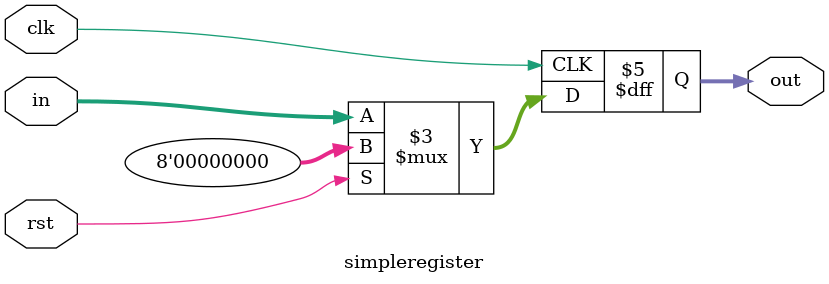
<source format=v>
 module simpleregister #(parameter W = 8) (
	clk,
	in, out,rst
);
 	input clk;
	input [W-1:0] in;
	output reg [W-1:0] out;
	input rst;

	initial
	begin
		out = {W{1'b0}};
	end

	always @(posedge clk)
	begin
			out <= in;
		if (rst)
			out <= {W{1'b0}};
	end
endmodule

</source>
